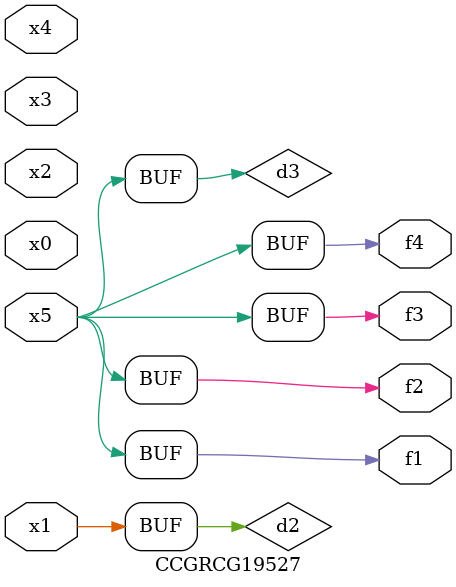
<source format=v>
module CCGRCG19527(
	input x0, x1, x2, x3, x4, x5,
	output f1, f2, f3, f4
);

	wire d1, d2, d3;

	not (d1, x5);
	or (d2, x1);
	xnor (d3, d1);
	assign f1 = d3;
	assign f2 = d3;
	assign f3 = d3;
	assign f4 = d3;
endmodule

</source>
